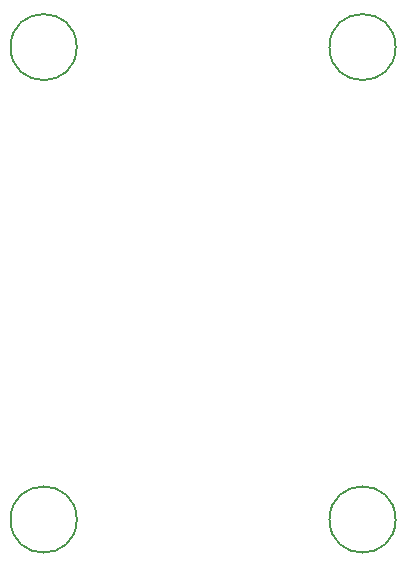
<source format=gbr>
%TF.GenerationSoftware,KiCad,Pcbnew,(6.0.6)*%
%TF.CreationDate,2022-08-24T10:35:02+01:00*%
%TF.ProjectId,board2,626f6172-6432-42e6-9b69-6361645f7063,rev?*%
%TF.SameCoordinates,Original*%
%TF.FileFunction,Other,Comment*%
%FSLAX46Y46*%
G04 Gerber Fmt 4.6, Leading zero omitted, Abs format (unit mm)*
G04 Created by KiCad (PCBNEW (6.0.6)) date 2022-08-24 10:35:02*
%MOMM*%
%LPD*%
G01*
G04 APERTURE LIST*
%ADD10C,0.150000*%
G04 APERTURE END LIST*
D10*
%TO.C,H4*%
X77800000Y-115000000D02*
G75*
G03*
X77800000Y-115000000I-2800000J0D01*
G01*
%TO.C,H1*%
X50800000Y-75000000D02*
G75*
G03*
X50800000Y-75000000I-2800000J0D01*
G01*
%TO.C,H2*%
X50800000Y-115000000D02*
G75*
G03*
X50800000Y-115000000I-2800000J0D01*
G01*
%TO.C,H3*%
X77800000Y-75000000D02*
G75*
G03*
X77800000Y-75000000I-2800000J0D01*
G01*
%TD*%
M02*

</source>
